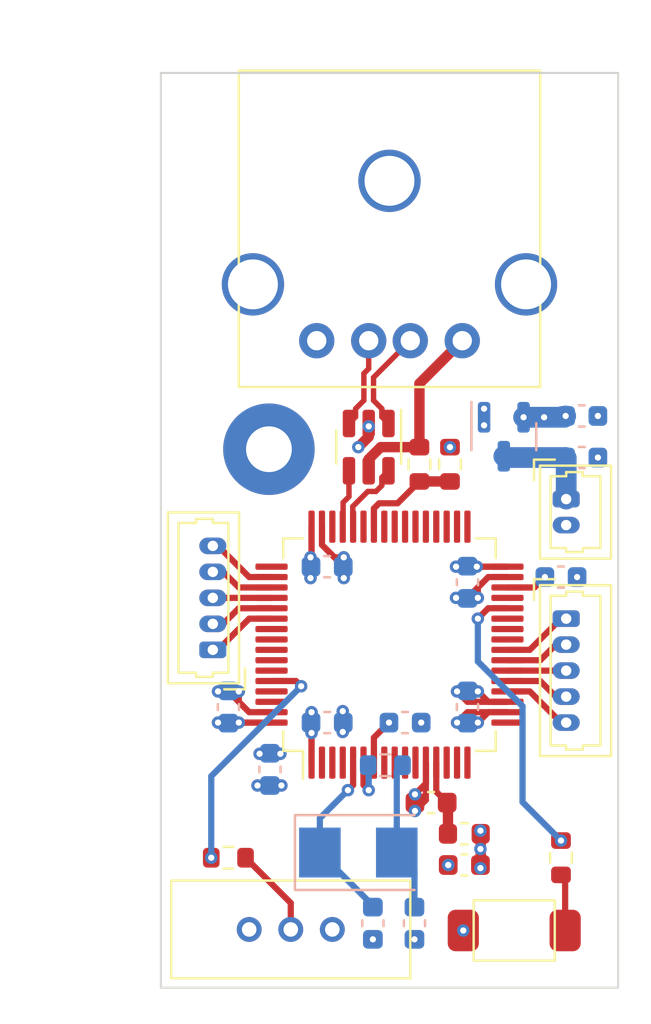
<source format=kicad_pcb>
(kicad_pcb (version 20211014) (generator pcbnew)
  (layers (0 "F.Cu" signal) (1 "In1.Cu" power) (2 "In2.Cu" power) (31 "B.Cu" signal) (34 "B.Paste" user) (35 "F.Paste" user) (36 "B.SilkS" user "B.Silkscreen") (37 "F.SilkS" user "F.Silkscreen") (38 "B.Mask" user) (39 "F.Mask" user) (44 "Edge.Cuts" user))
  (net 0 "")
  (net 1 "5V")
  (net 2 "GND")
  (net 3 "3V3")
  (net 4 "VREF")
  (net 5 "HSE_IN")
  (net 6 "Net-(C12-Pad1)")
  (net 7 "VCAP")
  (net 8 "NRST")
  (net 9 "RAW_USB_VBUS")
  (net 10 "RAW_USB_D-")
  (net 11 "RAW_USB_D+")
  (net 13 "NSS_L")
  (net 14 "SCK_L")
  (net 15 "MISO_L")
  (net 16 "MOSI_L")
  (net 17 "MSC_L")
  (net 18 "MSC_R")
  (net 19 "MOSI_R")
  (net 20 "MISO_R")
  (net 21 "SCK_R")
  (net 22 "NSS_R")
  (net 23 "USB_VBUS")
  (net 24 "HSE_OUT")
  (net 25 "Net-(R4-Pad1)")
  (net 26 "BOOT0")
  (net 27 "Net-(R5-Pad1)")
  (net 28 "BOOT1")
  (net 29 "USB_D+")
  (net 30 "USB_D-")
  (footprint "Inductor_SMD:L_0603_1608Metric" (layer "F.Cu") (at 128.6 104.1 180)
    (fp_text reference "FB1")
    (fp_text value "120")
    (fp_line (start -0.162779 0.51) (end 0.162779 0.51) (layer "F.SilkS") (width 0.12))
    (fp_line (start -0.162779 -0.51) (end 0.162779 -0.51) (layer "F.SilkS") (width 0.12))
    (pad "1" smd roundrect (at -0.7875 0 180) (size 0.875 0.95) (layers "F.Cu" "F.Paste" "F.Mask") (net 3 "3V3"))
    (pad "2" smd roundrect (at 0.7875 0 180) (size 0.875 0.95) (layers "F.Cu" "F.Paste" "F.Mask") (net 4 "VREF"))
  )
  (footprint "KLIB:ALPS_SSSS912000" (layer "F.Cu") (at 120.25 108.7 180)
    (fp_text reference "SW1")
    (fp_text value "SW_SPDT")
    (fp_rect (start -5.75 -2.35) (end 5.75 2.35) (layer "F.SilkS") (width 0.12) (fill none))
    (pad "1" thru_hole circle (at -2 0 180) (size 1.2 1.2) (drill 0.7) (layers *.Cu *.Mask) (net 2 "GND"))
    (pad "2" thru_hole circle (at 0 0 180) (size 1.2 1.2) (drill 0.7) (layers *.Cu *.Mask) (net 25 "Net-(R4-Pad1)"))
    (pad "3" thru_hole circle (at 2 0 180) (size 1.2 1.2) (drill 0.7) (layers *.Cu *.Mask) (net 3 "3V3"))
  )
  (footprint "Resistor_SMD:R_0603_1608Metric" (layer "F.Cu") (at 117.25 105.25 180)
    (fp_text reference "R4")
    (fp_text value "10K")
    (fp_line (start -0.237258 0.5225) (end 0.237258 0.5225) (layer "F.SilkS") (width 0.12))
    (fp_line (start -0.237258 -0.5225) (end 0.237258 -0.5225) (layer "F.SilkS") (width 0.12))
    (pad "1" smd roundrect (at -0.825 0 180) (size 0.8 0.95) (layers "F.Cu" "F.Paste" "F.Mask") (net 25 "Net-(R4-Pad1)"))
    (pad "2" smd roundrect (at 0.825 0 180) (size 0.8 0.95) (layers "F.Cu" "F.Paste" "F.Mask") (net 26 "BOOT0"))
  )
  (footprint "Resistor_SMD:R_0603_1608Metric" (layer "F.Cu") (at 127.91 86.325 90)
    (fp_text reference "R2")
    (fp_text value "82K")
    (fp_line (start -0.237258 -0.5225) (end 0.237258 -0.5225) (layer "F.SilkS") (width 0.12))
    (fp_line (start -0.237258 0.5225) (end 0.237258 0.5225) (layer "F.SilkS") (width 0.12))
    (pad "1" smd roundrect (at -0.825 0 90) (size 0.8 0.95) (layers "F.Cu" "F.Paste" "F.Mask") (net 23 "USB_VBUS"))
    (pad "2" smd roundrect (at 0.825 0 90) (size 0.8 0.95) (layers "F.Cu" "F.Paste" "F.Mask") (net 2 "GND"))
  )
  (footprint "Package_TO_SOT_SMD:SOT-23-6" (layer "F.Cu") (at 124 85.5 -90)
    (fp_text reference "U2")
    (fp_text value "USBLC6-2SC6")
    (fp_line (start 0 1.56) (end -0.8 1.56) (layer "F.SilkS") (width 0.12))
    (fp_line (start 0 -1.56) (end -1.8 -1.56) (layer "F.SilkS") (width 0.12))
    (fp_line (start 0 1.56) (end 0.8 1.56) (layer "F.SilkS") (width 0.12))
    (fp_line (start 0 -1.56) (end 0.8 -1.56) (layer "F.SilkS") (width 0.12))
    (pad "1" smd roundrect (at -1.1375 -0.95 270) (size 1.325 0.6) (layers "F.Cu" "F.Paste" "F.Mask") (net 10 "RAW_USB_D-"))
    (pad "2" smd roundrect (at -1.1375 0 270) (size 1.325 0.6) (layers "F.Cu" "F.Paste" "F.Mask") (net 2 "GND"))
    (pad "3" smd roundrect (at -1.1375 0.95 270) (size 1.325 0.6) (layers "F.Cu" "F.Paste" "F.Mask") (net 11 "RAW_USB_D+"))
    (pad "4" smd roundrect (at 1.1375 0.95 270) (size 1.325 0.6) (layers "F.Cu" "F.Paste" "F.Mask") (net 29 "USB_D+"))
    (pad "5" smd roundrect (at 1.1375 0 270) (size 1.325 0.6) (layers "F.Cu" "F.Paste" "F.Mask") (net 9 "RAW_USB_VBUS"))
    (pad "6" smd roundrect (at 1.1375 -0.95 270) (size 1.325 0.6) (layers "F.Cu" "F.Paste" "F.Mask") (net 30 "USB_D-"))
  )
  (footprint "Connector_Molex:Molex_PicoBlade_53047-0210_1x02_P1.25mm_Vertical" (layer "F.Cu") (at 133.5 88 -90)
    (fp_text reference "J1")
    (fp_text value "Conn_01x02")
    (fp_line (start -1.3 0) (end -1.3 -0.8) (layer "F.SilkS") (width 0.12))
    (fp_line (start -1.9 1.55) (end -1.9 0.55) (layer "F.SilkS") (width 0.12))
    (fp_line (start -1.61 -2.16) (end -1.61 1.26) (layer "F.SilkS") (width 0.12))
    (fp_line (start 2.35 -0.8) (end 2.35 -1.65) (layer "F.SilkS") (width 0.12))
    (fp_line (start 2.86 1.26) (end 2.86 -2.16) (layer "F.SilkS") (width 0.12))
    (fp_line (start -1.1 0.75) (end -1.1 0) (layer "F.SilkS") (width 0.12))
    (fp_line (start 0.625 0.75) (end -1.1 0.75) (layer "F.SilkS") (width 0.12))
    (fp_line (start -1.9 1.55) (end -0.9 1.55) (layer "F.SilkS") (width 0.12))
    (fp_line (start 2.35 0) (end 2.55 0) (layer "F.SilkS") (width 0.12))
    (fp_line (start -1.1 0) (end -1.3 0) (layer "F.SilkS") (width 0.12))
    (fp_line (start 2.35 -1.65) (end 0.625 -1.65) (layer "F.SilkS") (width 0.12))
    (fp_line (start 2.86 -2.16) (end -1.61 -2.16) (layer "F.SilkS") (width 0.12))
    (fp_line (start -1.61 1.26) (end 2.86 1.26) (layer "F.SilkS") (width 0.12))
    (fp_line (start 2.55 0) (end 2.55 -0.8) (layer "F.SilkS") (width 0.12))
    (fp_line (start -1.1 -1.65) (end 0.625 -1.65) (layer "F.SilkS") (width 0.12))
    (fp_line (start 2.55 -0.8) (end 2.35 -0.8) (layer "F.SilkS") (width 0.12))
    (fp_line (start -1.1 -0.8) (end -1.1 -1.65) (layer "F.SilkS") (width 0.12))
    (fp_line (start -1.3 -0.8) (end -1.1 -0.8) (layer "F.SilkS") (width 0.12))
    (fp_line (start 2.35 0.75) (end 2.35 0) (layer "F.SilkS") (width 0.12))
    (fp_line (start 0.625 0.75) (end 2.35 0.75) (layer "F.SilkS") (width 0.12))
    (pad "1" thru_hole roundrect (at 0 0 270) (size 0.8 1.3) (drill 0.5) (layers *.Cu *.Mask) (net 1 "5V"))
    (pad "2" thru_hole oval (at 1.25 0 270) (size 0.8 1.3) (drill 0.5) (layers *.Cu *.Mask) (net 2 "GND"))
  )
  (footprint "Package_QFP:LQFP-64_10x10mm_P0.5mm" (layer "F.Cu") (at 125 95 90)
    (fp_text reference "U3")
    (fp_text value "STM32F401RCT6")
    (fp_line (start -4.16 -5.11) (end -5.11 -5.11) (layer "F.SilkS") (width 0.12))
    (fp_line (start 5.11 -5.11) (end 5.11 -4.16) (layer "F.SilkS") (width 0.12))
    (fp_line (start -4.16 5.11) (end -5.11 5.11) (layer "F.SilkS") (width 0.12))
    (fp_line (start 4.16 -5.11) (end 5.11 -5.11) (layer "F.SilkS") (width 0.12))
    (fp_line (start 5.11 5.11) (end 5.11 4.16) (layer "F.SilkS") (width 0.12))
    (fp_line (start -5.11 -4.16) (end -6.45 -4.16) (layer "F.SilkS") (width 0.12))
    (fp_line (start -5.11 -5.11) (end -5.11 -4.16) (layer "F.SilkS") (width 0.12))
    (fp_line (start -5.11 5.11) (end -5.11 4.16) (layer "F.SilkS") (width 0.12))
    (fp_line (start 4.16 5.11) (end 5.11 5.11) (layer "F.SilkS") (width 0.12))
    (pad "1" smd roundrect (at -5.675 -3.75 90) (size 1.55 0.3) (layers "F.Cu" "F.Paste" "F.Mask") (net 3 "3V3"))
    (pad "2" smd roundrect (at -5.675 -3.25 90) (size 1.55 0.3) (layers "F.Cu" "F.Paste" "F.Mask"))
    (pad "3" smd roundrect (at -5.675 -2.75 90) (size 1.55 0.3) (layers "F.Cu" "F.Paste" "F.Mask"))
    (pad "4" smd roundrect (at -5.675 -2.25 90) (size 1.55 0.3) (layers "F.Cu" "F.Paste" "F.Mask"))
    (pad "5" smd roundrect (at -5.675 -1.75 90) (size 1.55 0.3) (layers "F.Cu" "F.Paste" "F.Mask") (net 5 "HSE_IN"))
    (pad "6" smd roundrect (at -5.675 -1.25 90) (size 1.55 0.3) (layers "F.Cu" "F.Paste" "F.Mask") (net 24 "HSE_OUT"))
    (pad "7" smd roundrect (at -5.675 -0.75 90) (size 1.55 0.3) (layers "F.Cu" "F.Paste" "F.Mask") (net 8 "NRST"))
    (pad "8" smd roundrect (at -5.675 -0.25 90) (size 1.55 0.3) (layers "F.Cu" "F.Paste" "F.Mask"))
    (pad "9" smd roundrect (at -5.675 0.25 90) (size 1.55 0.3) (layers "F.Cu" "F.Paste" "F.Mask"))
    (pad "10" smd roundrect (at -5.675 0.75 90) (size 1.55 0.3) (layers "F.Cu" "F.Paste" "F.Mask"))
    (pad "11" smd roundrect (at -5.675 1.25 90) (size 1.55 0.3) (layers "F.Cu" "F.Paste" "F.Mask"))
    (pad "12" smd roundrect (at -5.675 1.75 90) (size 1.55 0.3) (layers "F.Cu" "F.Paste" "F.Mask") (net 2 "GND"))
    (pad "13" smd roundrect (at -5.675 2.25 90) (size 1.55 0.3) (layers "F.Cu" "F.Paste" "F.Mask") (net 4 "VREF"))
    (pad "14" smd roundrect (at -5.675 2.75 90) (size 1.55 0.3) (layers "F.Cu" "F.Paste" "F.Mask"))
    (pad "15" smd roundrect (at -5.675 3.25 90) (size 1.55 0.3) (layers "F.Cu" "F.Paste" "F.Mask"))
    (pad "16" smd roundrect (at -5.675 3.75 90) (size 1.55 0.3) (layers "F.Cu" "F.Paste" "F.Mask"))
    (pad "17" smd roundrect (at -3.75 5.675 90) (size 0.3 1.55) (layers "F.Cu" "F.Paste" "F.Mask"))
    (pad "18" smd roundrect (at -3.25 5.675 90) (size 0.3 1.55) (layers "F.Cu" "F.Paste" "F.Mask") (net 2 "GND"))
    (pad "19" smd roundrect (at -2.75 5.675 90) (size 0.3 1.55) (layers "F.Cu" "F.Paste" "F.Mask") (net 3 "3V3"))
    (pad "20" smd roundrect (at -2.25 5.675 90) (size 0.3 1.55) (layers "F.Cu" "F.Paste" "F.Mask") (net 22 "NSS_R"))
    (pad "21" smd roundrect (at -1.75 5.675 90) (size 0.3 1.55) (layers "F.Cu" "F.Paste" "F.Mask") (net 21 "SCK_R"))
    (pad "22" smd roundrect (at -1.25 5.675 90) (size 0.3 1.55) (layers "F.Cu" "F.Paste" "F.Mask") (net 20 "MISO_R"))
    (pad "23" smd roundrect (at -0.75 5.675 90) (size 0.3 1.55) (layers "F.Cu" "F.Paste" "F.Mask") (net 19 "MOSI_R"))
    (pad "24" smd roundrect (at -0.25 5.675 90) (size 0.3 1.55) (layers "F.Cu" "F.Paste" "F.Mask") (net 18 "MSC_R"))
    (pad "25" smd roundrect (at 0.25 5.675 90) (size 0.3 1.55) (layers "F.Cu" "F.Paste" "F.Mask"))
    (pad "26" smd roundrect (at 0.75 5.675 90) (size 0.3 1.55) (layers "F.Cu" "F.Paste" "F.Mask"))
    (pad "27" smd roundrect (at 1.25 5.675 90) (size 0.3 1.55) (layers "F.Cu" "F.Paste" "F.Mask"))
    (pad "28" smd roundrect (at 1.75 5.675 90) (size 0.3 1.55) (layers "F.Cu" "F.Paste" "F.Mask") (net 28 "BOOT1"))
    (pad "29" smd roundrect (at 2.25 5.675 90) (size 0.3 1.55) (layers "F.Cu" "F.Paste" "F.Mask"))
    (pad "30" smd roundrect (at 2.75 5.675 90) (size 0.3 1.55) (layers "F.Cu" "F.Paste" "F.Mask") (net 7 "VCAP"))
    (pad "31" smd roundrect (at 3.25 5.675 90) (size 0.3 1.55) (layers "F.Cu" "F.Paste" "F.Mask") (net 2 "GND"))
    (pad "32" smd roundrect (at 3.75 5.675 90) (size 0.3 1.55) (layers "F.Cu" "F.Paste" "F.Mask") (net 3 "3V3"))
    (pad "33" smd roundrect (at 5.675 3.75 90) (size 1.55 0.3) (layers "F.Cu" "F.Paste" "F.Mask"))
    (pad "34" smd roundrect (at 5.675 3.25 90) (size 1.55 0.3) (layers "F.Cu" "F.Paste" "F.Mask"))
    (pad "35" smd roundrect (at 5.675 2.75 90) (size 1.55 0.3) (layers "F.Cu" "F.Paste" "F.Mask"))
    (pad "36" smd roundrect (at 5.675 2.25 90) (size 1.55 0.3) (layers "F.Cu" "F.Paste" "F.Mask"))
    (pad "37" smd roundrect (at 5.675 1.75 90) (size 1.55 0.3) (layers "F.Cu" "F.Paste" "F.Mask"))
    (pad "38" smd roundrect (at 5.675 1.25 90) (size 1.55 0.3) (layers "F.Cu" "F.Paste" "F.Mask"))
    (pad "39" smd roundrect (at 5.675 0.75 90) (size 1.55 0.3) (layers "F.Cu" "F.Paste" "F.Mask"))
    (pad "40" smd roundrect (at 5.675 0.25 90) (size 1.55 0.3) (layers "F.Cu" "F.Paste" "F.Mask"))
    (pad "41" smd roundrect (at 5.675 -0.25 90) (size 1.55 0.3) (layers "F.Cu" "F.Paste" "F.Mask"))
    (pad "42" smd roundrect (at 5.675 -0.75 90) (size 1.55 0.3) (layers "F.Cu" "F.Paste" "F.Mask") (net 23 "USB_VBUS"))
    (pad "43" smd roundrect (at 5.675 -1.25 90) (size 1.55 0.3) (layers "F.Cu" "F.Paste" "F.Mask"))
    (pad "44" smd roundrect (at 5.675 -1.75 90) (size 1.55 0.3) (layers "F.Cu" "F.Paste" "F.Mask") (net 30 "USB_D-"))
    (pad "45" smd roundrect (at 5.675 -2.25 90) (size 1.55 0.3) (layers "F.Cu" "F.Paste" "F.Mask") (net 29 "USB_D+"))
    (pad "46" smd roundrect (at 5.675 -2.75 90) (size 1.55 0.3) (layers "F.Cu" "F.Paste" "F.Mask"))
    (pad "47" smd roundrect (at 5.675 -3.25 90) (size 1.55 0.3) (layers "F.Cu" "F.Paste" "F.Mask") (net 2 "GND"))
    (pad "48" smd roundrect (at 5.675 -3.75 90) (size 1.55 0.3) (layers "F.Cu" "F.Paste" "F.Mask") (net 3 "3V3"))
    (pad "49" smd roundrect (at 3.75 -5.675 90) (size 0.3 1.55) (layers "F.Cu" "F.Paste" "F.Mask"))
    (pad "50" smd roundrect (at 3.25 -5.675 90) (size 0.3 1.55) (layers "F.Cu" "F.Paste" "F.Mask") (net 13 "NSS_L"))
    (pad "51" smd roundrect (at 2.75 -5.675 90) (size 0.3 1.55) (layers "F.Cu" "F.Paste" "F.Mask") (net 14 "SCK_L"))
    (pad "52" smd roundrect (at 2.25 -5.675 90) (size 0.3 1.55) (layers "F.Cu" "F.Paste" "F.Mask") (net 15 "MISO_L"))
    (pad "53" smd roundrect (at 1.75 -5.675 90) (size 0.3 1.55) (layers "F.Cu" "F.Paste" "F.Mask") (net 16 "MOSI_L"))
    (pad "54" smd roundrect (at 1.25 -5.675 90) (size 0.3 1.55) (layers "F.Cu" "F.Paste" "F.Mask") (net 17 "MSC_L"))
    (pad "55" smd roundrect (at 0.75 -5.675 90) (size 0.3 1.55) (layers "F.Cu" "F.Paste" "F.Mask"))
    (pad "56" smd roundrect (at 0.25 -5.675 90) (size 0.3 1.55) (layers "F.Cu" "F.Paste" "F.Mask"))
    (pad "57" smd roundrect (at -0.25 -5.675 90) (size 0.3 1.55) (layers "F.Cu" "F.Paste" "F.Mask"))
    (pad "58" smd roundrect (at -0.75 -5.675 90) (size 0.3 1.55) (layers "F.Cu" "F.Paste" "F.Mask"))
    (pad "59" smd roundrect (at -1.25 -5.675 90) (size 0.3 1.55) (layers "F.Cu" "F.Paste" "F.Mask"))
    (pad "60" smd roundrect (at -1.75 -5.675 90) (size 0.3 1.55) (layers "F.Cu" "F.Paste" "F.Mask") (net 26 "BOOT0"))
    (pad "61" smd roundrect (at -2.25 -5.675 90) (size 0.3 1.55) (layers "F.Cu" "F.Paste" "F.Mask"))
    (pad "62" smd roundrect (at -2.75 -5.675 90) (size 0.3 1.55) (layers "F.Cu" "F.Paste" "F.Mask"))
    (pad "63" smd roundrect (at -3.25 -5.675 90) (size 0.3 1.55) (layers "F.Cu" "F.Paste" "F.Mask") (net 2 "GND"))
    (pad "64" smd roundrect (at -3.75 -5.675 90) (size 0.3 1.55) (layers "F.Cu" "F.Paste" "F.Mask") (net 3 "3V3"))
  )
  (footprint "Capacitor_SMD:C_0603_1608Metric" (layer "F.Cu") (at 127 102.6 180)
    (fp_text reference "C10")
    (fp_text value "100n")
    (fp_line (start -0.14058 0.51) (end 0.14058 0.51) (layer "F.SilkS") (width 0.12))
    (fp_line (start -0.14058 -0.51) (end 0.14058 -0.51) (layer "F.SilkS") (width 0.12))
    (pad "1" smd roundrect (at -0.775 0 180) (size 0.9 0.95) (layers "F.Cu" "F.Paste" "F.Mask") (net 4 "VREF"))
    (pad "2" smd roundrect (at 0.775 0 180) (size 0.9 0.95) (layers "F.Cu" "F.Paste" "F.Mask") (net 2 "GND"))
  )
  (footprint "KLIB:JST_UBA-4R-D14T-4D" (layer "F.Cu") (at 125 75 180)
    (fp_text reference "J2")
    (fp_text value "USB_A")
    (fp_rect (start -7.25 -7.61) (end 7.25 7.61) (layer "F.SilkS") (width 0.12) (fill none))
    (pad "1" thru_hole circle (at -3.5 -5.38 180) (size 1.7 1.7) (drill 0.93) (layers *.Cu *.Mask) (net 9 "RAW_USB_VBUS"))
    (pad "2" thru_hole circle (at -1 -5.38 180) (size 1.7 1.7) (drill 0.93) (layers *.Cu *.Mask) (net 10 "RAW_USB_D-"))
    (pad "3" thru_hole circle (at 1 -5.38 180) (size 1.7 1.7) (drill 0.93) (layers *.Cu *.Mask) (net 11 "RAW_USB_D+"))
    (pad "4" thru_hole circle (at 3.5 -5.38 180) (size 1.7 1.7) (drill 0.93) (layers *.Cu *.Mask) (net 2 "GND"))
    (pad "5" thru_hole circle (at -6.57 -2.67 180) (size 3 3) (drill 2.4) (layers *.Cu *.Mask))
    (pad "6" thru_hole circle (at 0 2.31 180) (size 3 3) (drill 2.4) (layers *.Cu *.Mask))
    (pad "7" thru_hole circle (at 6.57 -2.67 180) (size 3 3) (drill 2.4) (layers *.Cu *.Mask))
  )
  (footprint "KLIB:ALPS_SKRKAEE020" (layer "F.Cu") (at 131 108.75 180)
    (fp_text reference "SW2")
    (fp_text value "SW_SPST")
    (fp_rect (start -1.95 -1.45) (end 1.95 1.45) (layer "F.SilkS") (width 0.12) (fill none))
    (pad "1" smd roundrect (at -2.45 0 180) (size 1.5 2) (layers "F.Cu" "F.Paste" "F.Mask") (net 27 "Net-(R5-Pad1)"))
    (pad "2" smd roundrect (at 2.45 0 180) (size 1.5 2) (layers "F.Cu" "F.Paste" "F.Mask") (net 2 "GND"))
  )
  (footprint "Capacitor_SMD:C_0603_1608Metric" (layer "F.Cu") (at 128.6 105.6 180)
    (fp_text reference "C9")
    (fp_text value "10u")
    (fp_line (start -0.14058 -0.51) (end 0.14058 -0.51) (layer "F.SilkS") (width 0.12))
    (fp_line (start -0.14058 0.51) (end 0.14058 0.51) (layer "F.SilkS") (width 0.12))
    (pad "1" smd roundrect (at -0.775 0 180) (size 0.9 0.95) (layers "F.Cu" "F.Paste" "F.Mask") (net 3 "3V3"))
    (pad "2" smd roundrect (at 0.775 0 180) (size 0.9 0.95) (layers "F.Cu" "F.Paste" "F.Mask") (net 2 "GND"))
  )
  (footprint "Connector_Molex:Molex_PicoBlade_53047-0510_1x05_P1.25mm_Vertical" (layer "F.Cu") (at 116.5 95.25 90)
    (fp_text reference "J3")
    (fp_text value "Conn_01x05")
    (fp_line (start 2.5 0.75) (end 6.1 0.75) (layer "F.SilkS") (width 0.12))
    (fp_line (start -1.9 1.55) (end -0.9 1.55) (layer "F.SilkS") (width 0.12))
    (fp_line (start -1.61 1.26) (end 6.61 1.26) (layer "F.SilkS") (width 0.12))
    (fp_line (start 6.61 1.26) (end 6.61 -2.16) (layer "F.SilkS") (width 0.12))
    (fp_line (start -1.61 -2.16) (end -1.61 1.26) (layer "F.SilkS") (width 0.12))
    (fp_line (start 6.1 -1.65) (end 2.5 -1.65) (layer "F.SilkS") (width 0.12))
    (fp_line (start 6.1 -0.8) (end 6.1 -1.65) (layer "F.SilkS") (width 0.12))
    (fp_line (start -1.1 -0.8) (end -1.1 -1.65) (layer "F.SilkS") (width 0.12))
    (fp_line (start 2.5 0.75) (end -1.1 0.75) (layer "F.SilkS") (width 0.12))
    (fp_line (start 6.1 0.75) (end 6.1 0) (layer "F.SilkS") (width 0.12))
    (fp_line (start 6.3 -0.8) (end 6.1 -0.8) (layer "F.SilkS") (width 0.12))
    (fp_line (start 6.1 0) (end 6.3 0) (layer "F.SilkS") (width 0.12))
    (fp_line (start -1.1 0) (end -1.3 0) (layer "F.SilkS") (width 0.12))
    (fp_line (start 6.61 -2.16) (end -1.61 -2.16) (layer "F.SilkS") (width 0.12))
    (fp_line (start -1.9 1.55) (end -1.9 0.55) (layer "F.SilkS") (width 0.12))
    (fp_line (start 6.3 0) (end 6.3 -0.8) (layer "F.SilkS") (width 0.12))
    (fp_line (start -1.3 -0.8) (end -1.1 -0.8) (layer "F.SilkS") (width 0.12))
    (fp_line (start -1.1 -1.65) (end 2.5 -1.65) (layer "F.SilkS") (width 0.12))
    (fp_line (start -1.3 0) (end -1.3 -0.8) (layer "F.SilkS") (width 0.12))
    (fp_line (start -1.1 0.75) (end -1.1 0) (layer "F.SilkS") (width 0.12))
    (pad "1" thru_hole roundrect (at 0 0 90) (size 0.8 1.3) (drill 0.5) (layers *.Cu *.Mask) (net 17 "MSC_L"))
    (pad "2" thru_hole oval (at 1.25 0 90) (size 0.8 1.3) (drill 0.5) (layers *.Cu *.Mask) (net 16 "MOSI_L"))
    (pad "3" thru_hole oval (at 2.5 0 90) (size 0.8 1.3) (drill 0.5) (layers *.Cu *.Mask) (net 15 "MISO_L"))
    (pad "4" thru_hole oval (at 3.75 0 90) (size 0.8 1.3) (drill 0.5) (layers *.Cu *.Mask) (net 14 "SCK_L"))
    (pad "5" thru_hole oval (at 5 0 90) (size 0.8 1.3) (drill 0.5) (layers *.Cu *.Mask) (net 13 "NSS_L"))
  )
  (footprint "Resistor_SMD:R_0603_1608Metric" (layer "F.Cu") (at 133.25 105.25 90)
    (fp_text reference "R5")
    (fp_text value "10K")
    (fp_line (start -0.237258 -0.5225) (end 0.237258 -0.5225) (layer "F.SilkS") (width 0.12))
    (fp_line (start -0.237258 0.5225) (end 0.237258 0.5225) (layer "F.SilkS") (width 0.12))
    (pad "1" smd roundrect (at -0.825 0 90) (size 0.8 0.95) (layers "F.Cu" "F.Paste" "F.Mask") (net 27 "Net-(R5-Pad1)"))
    (pad "2" smd roundrect (at 0.825 0 90) (size 0.8 0.95) (layers "F.Cu" "F.Paste" "F.Mask") (net 28 "BOOT1"))
  )
  (footprint "MountingHole:MountingHole_2.2mm_M2_Pad" (layer "F.Cu") (at 119.2 85.6)
    (fp_text reference "H1")
    (fp_text value "MountingHole")
    (pad "1" thru_hole circle (at 0 0) (size 4.4 4.4) (drill 2.2) (layers *.Cu *.Mask))
  )
  (footprint "Resistor_SMD:R_0603_1608Metric" (layer "F.Cu") (at 126.44 86.325 -90)
    (fp_text reference "R1")
    (fp_text value "33K")
    (fp_line (start -0.237258 0.5225) (end 0.237258 0.5225) (layer "F.SilkS") (width 0.12))
    (fp_line (start -0.237258 -0.5225) (end 0.237258 -0.5225) (layer "F.SilkS") (width 0.12))
    (pad "1" smd roundrect (at -0.825 0 270) (size 0.8 0.95) (layers "F.Cu" "F.Paste" "F.Mask") (net 9 "RAW_USB_VBUS"))
    (pad "2" smd roundrect (at 0.825 0 270) (size 0.8 0.95) (layers "F.Cu" "F.Paste" "F.Mask") (net 23 "USB_VBUS"))
  )
  (footprint "Connector_Molex:Molex_PicoBlade_53047-0510_1x05_P1.25mm_Vertical" (layer "F.Cu") (at 133.5 93.75 -90)
    (fp_text reference "J4")
    (fp_text value "Conn_01x05")
    (fp_line (start -1.1 0) (end -1.3 0) (layer "F.SilkS") (width 0.12))
    (fp_line (start -1.61 -2.16) (end -1.61 1.26) (layer "F.SilkS") (width 0.12))
    (fp_line (start -1.9 1.55) (end -1.9 0.55) (layer "F.SilkS") (width 0.12))
    (fp_line (start 6.1 0.75) (end 6.1 0) (layer "F.SilkS") (width 0.12))
    (fp_line (start -1.1 -0.8) (end -1.1 -1.65) (layer "F.SilkS") (width 0.12))
    (fp_line (start 6.1 -0.8) (end 6.1 -1.65) (layer "F.SilkS") (width 0.12))
    (fp_line (start -1.61 1.26) (end 6.61 1.26) (layer "F.SilkS") (width 0.12))
    (fp_line (start 6.61 1.26) (end 6.61 -2.16) (layer "F.SilkS") (width 0.12))
    (fp_line (start -1.1 -1.65) (end 2.5 -1.65) (layer "F.SilkS") (width 0.12))
    (fp_line (start -1.3 -0.8) (end -1.1 -0.8) (layer "F.SilkS") (width 0.12))
    (fp_line (start -1.1 0.75) (end -1.1 0) (layer "F.SilkS") (width 0.12))
    (fp_line (start -1.9 1.55) (end -0.9 1.55) (layer "F.SilkS") (width 0.12))
    (fp_line (start 2.5 0.75) (end -1.1 0.75) (layer "F.SilkS") (width 0.12))
    (fp_line (start 6.3 -0.8) (end 6.1 -0.8) (layer "F.SilkS") (width 0.12))
    (fp_line (start 6.1 -1.65) (end 2.5 -1.65) (layer "F.SilkS") (width 0.12))
    (fp_line (start 2.5 0.75) (end 6.1 0.75) (layer "F.SilkS") (width 0.12))
    (fp_line (start -1.3 0) (end -1.3 -0.8) (layer "F.SilkS") (width 0.12))
    (fp_line (start 6.1 0) (end 6.3 0) (layer "F.SilkS") (width 0.12))
    (fp_line (start 6.3 0) (end 6.3 -0.8) (layer "F.SilkS") (width 0.12))
    (fp_line (start 6.61 -2.16) (end -1.61 -2.16) (layer "F.SilkS") (width 0.12))
    (pad "1" thru_hole roundrect (at 0 0 270) (size 0.8 1.3) (drill 0.5) (layers *.Cu *.Mask) (net 18 "MSC_R"))
    (pad "2" thru_hole oval (at 1.25 0 270) (size 0.8 1.3) (drill 0.5) (layers *.Cu *.Mask) (net 19 "MOSI_R"))
    (pad "3" thru_hole oval (at 2.5 0 270) (size 0.8 1.3) (drill 0.5) (layers *.Cu *.Mask) (net 20 "MISO_R"))
    (pad "4" thru_hole oval (at 3.75 0 270) (size 0.8 1.3) (drill 0.5) (layers *.Cu *.Mask) (net 21 "SCK_R"))
    (pad "5" thru_hole oval (at 5 0 270) (size 0.8 1.3) (drill 0.5) (layers *.Cu *.Mask) (net 22 "NSS_R"))
  )
  (footprint "Capacitor_SMD:C_0603_1608Metric" (layer "B.Cu") (at 134.25 86)
    (fp_text reference "C1")
    (fp_text value "10u")
    (fp_line (start -0.14058 0.51) (end 0.14058 0.51) (layer "B.SilkS") (width 0.12))
    (fp_line (start -0.14058 -0.51) (end 0.14058 -0.51) (layer "B.SilkS") (width 0.12))
    (pad "1" smd roundrect (at -0.775 0) (size 0.9 0.95) (layers "B.Cu" "B.Paste" "B.Mask") (net 1 "5V"))
    (pad "2" smd roundrect (at 0.775 0) (size 0.9 0.95) (layers "B.Cu" "B.Paste" "B.Mask") (net 2 "GND"))
  )
  (footprint "Capacitor_SMD:C_0603_1608Metric" (layer "B.Cu") (at 134.25 84)
    (fp_text reference "C2")
    (fp_text value "10u")
    (fp_line (start -0.14058 -0.51) (end 0.14058 -0.51) (layer "B.SilkS") (width 0.12))
    (fp_line (start -0.14058 0.51) (end 0.14058 0.51) (layer "B.SilkS") (width 0.12))
    (pad "1" smd roundrect (at -0.775 0) (size 0.9 0.95) (layers "B.Cu" "B.Paste" "B.Mask") (net 3 "3V3"))
    (pad "2" smd roundrect (at 0.775 0) (size 0.9 0.95) (layers "B.Cu" "B.Paste" "B.Mask") (net 2 "GND"))
  )
  (footprint "Capacitor_SMD:C_0603_1608Metric" (layer "B.Cu") (at 126.2 108.4 -90)
    (fp_text reference "C12")
    (fp_text value "20p")
    (fp_line (start -0.14058 0.51) (end 0.14058 0.51) (layer "B.SilkS") (width 0.12))
    (fp_line (start -0.14058 -0.51) (end 0.14058 -0.51) (layer "B.SilkS") (width 0.12))
    (pad "1" smd roundrect (at -0.775 0 270) (size 0.9 0.95) (layers "B.Cu" "B.Paste" "B.Mask") (net 6 "Net-(C12-Pad1)"))
    (pad "2" smd roundrect (at 0.775 0 270) (size 0.9 0.95) (layers "B.Cu" "B.Paste" "B.Mask") (net 2 "GND"))
  )
  (footprint "Capacitor_SMD:C_0603_1608Metric" (layer "B.Cu") (at 119.25 101 -90)
    (fp_text reference "C3")
    (fp_text value "10u")
    (fp_line (start -0.14058 0.51) (end 0.14058 0.51) (layer "B.SilkS") (width 0.12))
    (fp_line (start -0.14058 -0.51) (end 0.14058 -0.51) (layer "B.SilkS") (width 0.12))
    (pad "1" smd roundrect (at -0.775 0 270) (size 0.9 0.95) (layers "B.Cu" "B.Paste" "B.Mask") (net 3 "3V3"))
    (pad "2" smd roundrect (at 0.775 0 270) (size 0.9 0.95) (layers "B.Cu" "B.Paste" "B.Mask") (net 2 "GND"))
  )
  (footprint "Crystal:Crystal_SMD_5032-2Pin_5.0x3.2mm" (layer "B.Cu") (at 123.5 105)
    (fp_text reference "Y1")
    (fp_text value "8M")
    (fp_line (start -3.05 -1.8) (end 2.7 -1.8) (layer "B.SilkS") (width 0.12))
    (fp_line (start 2.7 1.8) (end -3.05 1.8) (layer "B.SilkS") (width 0.12))
    (fp_line (start -3.05 1.8) (end -3.05 -1.8) (layer "B.SilkS") (width 0.12))
    (pad "1" smd rect (at -1.85 0) (size 2 2.4) (layers "B.Cu" "B.Paste" "B.Mask") (net 5 "HSE_IN"))
    (pad "2" smd rect (at 1.85 0) (size 2 2.4) (layers "B.Cu" "B.Paste" "B.Mask") (net 6 "Net-(C12-Pad1)"))
  )
  (footprint "Capacitor_SMD:C_0603_1608Metric" (layer "B.Cu") (at 122 98.75)
    (fp_text reference "C4")
    (fp_text value "100n")
    (fp_line (start -0.14058 -0.51) (end 0.14058 -0.51) (layer "B.SilkS") (width 0.12))
    (fp_line (start -0.14058 0.51) (end 0.14058 0.51) (layer "B.SilkS") (width 0.12))
    (pad "1" smd roundrect (at -0.775 0) (size 0.9 0.95) (layers "B.Cu" "B.Paste" "B.Mask") (net 3 "3V3"))
    (pad "2" smd roundrect (at 0.775 0) (size 0.9 0.95) (layers "B.Cu" "B.Paste" "B.Mask") (net 2 "GND"))
  )
  (footprint "Capacitor_SMD:C_0603_1608Metric" (layer "B.Cu") (at 124.2 108.4 -90)
    (fp_text reference "C11")
    (fp_text value "20p")
    (fp_line (start -0.14058 -0.51) (end 0.14058 -0.51) (layer "B.SilkS") (width 0.12))
    (fp_line (start -0.14058 0.51) (end 0.14058 0.51) (layer "B.SilkS") (width 0.12))
    (pad "1" smd roundrect (at -0.775 0 270) (size 0.9 0.95) (layers "B.Cu" "B.Paste" "B.Mask") (net 5 "HSE_IN"))
    (pad "2" smd roundrect (at 0.775 0 270) (size 0.9 0.95) (layers "B.Cu" "B.Paste" "B.Mask") (net 2 "GND"))
  )
  (footprint "Capacitor_SMD:C_0603_1608Metric" (layer "B.Cu") (at 128.75 92 -90)
    (fp_text reference "C6")
    (fp_text value "100n")
    (fp_line (start -0.14058 -0.51) (end 0.14058 -0.51) (layer "B.SilkS") (width 0.12))
    (fp_line (start -0.14058 0.51) (end 0.14058 0.51) (layer "B.SilkS") (width 0.12))
    (pad "1" smd roundrect (at -0.775 0 270) (size 0.9 0.95) (layers "B.Cu" "B.Paste" "B.Mask") (net 3 "3V3"))
    (pad "2" smd roundrect (at 0.775 0 270) (size 0.9 0.95) (layers "B.Cu" "B.Paste" "B.Mask") (net 2 "GND"))
  )
  (footprint "Capacitor_SMD:C_0603_1608Metric" (layer "B.Cu") (at 125.75 98.75)
    (fp_text reference "C14")
    (fp_text value "100n")
    (fp_line (start -0.14058 0.51) (end 0.14058 0.51) (layer "B.SilkS") (width 0.12))
    (fp_line (start -0.14058 -0.51) (end 0.14058 -0.51) (layer "B.SilkS") (width 0.12))
    (pad "1" smd roundrect (at -0.775 0) (size 0.9 0.95) (layers "B.Cu" "B.Paste" "B.Mask") (net 8 "NRST"))
    (pad "2" smd roundrect (at 0.775 0) (size 0.9 0.95) (layers "B.Cu" "B.Paste" "B.Mask") (net 2 "GND"))
  )
  (footprint "Capacitor_SMD:C_0603_1608Metric" (layer "B.Cu") (at 122 91.25)
    (fp_text reference "C7")
    (fp_text value "100n")
    (fp_line (start -0.14058 -0.51) (end 0.14058 -0.51) (layer "B.SilkS") (width 0.12))
    (fp_line (start -0.14058 0.51) (end 0.14058 0.51) (layer "B.SilkS") (width 0.12))
    (pad "1" smd roundrect (at -0.775 0) (size 0.9 0.95) (layers "B.Cu" "B.Paste" "B.Mask") (net 3 "3V3"))
    (pad "2" smd roundrect (at 0.775 0) (size 0.9 0.95) (layers "B.Cu" "B.Paste" "B.Mask") (net 2 "GND"))
  )
  (footprint "Package_TO_SOT_SMD:SOT-23" (layer "B.Cu") (at 130.5 85 -90)
    (fp_text reference "U1")
    (fp_text value "AP2127N-3.3")
    (fp_line (start 0 1.56) (end -1.675 1.56) (layer "B.SilkS") (width 0.12))
    (fp_line (start 0 -1.56) (end 0.65 -1.56) (layer "B.SilkS") (width 0.12))
    (fp_line (start 0 1.56) (end 0.65 1.56) (layer "B.SilkS") (width 0.12))
    (fp_line (start 0 -1.56) (end -0.65 -1.56) (layer "B.SilkS") (width 0.12))
    (pad "1" smd roundrect (at -0.9375 0.95 270) (size 1.475 0.6) (layers "B.Cu" "B.Paste" "B.Mask") (net 2 "GND"))
    (pad "2" smd roundrect (at -0.9375 -0.95 270) (size 1.475 0.6) (layers "B.Cu" "B.Paste" "B.Mask") (net 3 "3V3"))
    (pad "3" smd roundrect (at 0.9375 0 270) (size 1.475 0.6) (layers "B.Cu" "B.Paste" "B.Mask") (net 1 "5V"))
  )
  (footprint "Capacitor_SMD:C_0603_1608Metric" (layer "B.Cu") (at 133.25 91.75)
    (fp_text reference "C13")
    (fp_text value "4.7u")
    (fp_line (start -0.14058 -0.51) (end 0.14058 -0.51) (layer "B.SilkS") (width 0.12))
    (fp_line (start -0.14058 0.51) (end 0.14058 0.51) (layer "B.SilkS") (width 0.12))
    (pad "1" smd roundrect (at -0.775 0) (size 0.9 0.95) (layers "B.Cu" "B.Paste" "B.Mask") (net 7 "VCAP"))
    (pad "2" smd roundrect (at 0.775 0) (size 0.9 0.95) (layers "B.Cu" "B.Paste" "B.Mask") (net 2 "GND"))
  )
  (footprint "Capacitor_SMD:C_0603_1608Metric" (layer "B.Cu") (at 128.75 98 -90)
    (fp_text reference "C5")
    (fp_text value "100n")
    (fp_line (start -0.14058 -0.51) (end 0.14058 -0.51) (layer "B.SilkS") (width 0.12))
    (fp_line (start -0.14058 0.51) (end 0.14058 0.51) (layer "B.SilkS") (width 0.12))
    (pad "1" smd roundrect (at -0.775 0 270) (size 0.9 0.95) (layers "B.Cu" "B.Paste" "B.Mask") (net 3 "3V3"))
    (pad "2" smd roundrect (at 0.775 0 270) (size 0.9 0.95) (layers "B.Cu" "B.Paste" "B.Mask") (net 2 "GND"))
  )
  (footprint "Capacitor_SMD:C_0603_1608Metric" (layer "B.Cu") (at 117.25 98 90)
    (fp_text reference "C8")
    (fp_text value "100n")
    (fp_line (start -0.14058 0.51) (end 0.14058 0.51) (layer "B.SilkS") (width 0.12))
    (fp_line (start -0.14058 -0.51) (end 0.14058 -0.51) (layer "B.SilkS") (width 0.12))
    (pad "1" smd roundrect (at -0.775 0 90) (size 0.9 0.95) (layers "B.Cu" "B.Paste" "B.Mask") (net 3 "3V3"))
    (pad "2" smd roundrect (at 0.775 0 90) (size 0.9 0.95) (layers "B.Cu" "B.Paste" "B.Mask") (net 2 "GND"))
  )
  (footprint "Resistor_SMD:R_0603_1608Metric" (layer "B.Cu") (at 124.8 100.8)
    (fp_text reference "R3")
    (fp_text value "0")
    (fp_line (start -0.237258 -0.5225) (end 0.237258 -0.5225) (layer "B.SilkS") (width 0.12))
    (fp_line (start -0.237258 0.5225) (end 0.237258 0.5225) (layer "B.SilkS") (width 0.12))
    (pad "1" smd roundrect (at -0.825 0) (size 0.8 0.95) (layers "B.Cu" "B.Paste" "B.Mask") (net 24 "HSE_OUT"))
    (pad "2" smd roundrect (at 0.825 0) (size 0.8 0.95) (layers "B.Cu" "B.Paste" "B.Mask") (net 6 "Net-(C12-Pad1)"))
  )
  (gr_rect (start 114 67.5) (end 136 111.5) (layer "Edge.Cuts") (width 0.1) (fill none))
  (segment (start 130.5625 86) (end 130.5 85.9375) (width 1) (layer "B.Cu") (net 1))
  (segment (start 133.5 86.025) (end 133.475 86) (width 1) (layer "B.Cu") (net 1))
  (segment (start 133.475 86) (end 130.5625 86) (width 1) (layer "B.Cu") (net 1))
  (segment (start 133.5 88) (end 133.5 86.025) (width 1) (layer "B.Cu") (net 1))
  (segment (start 121.974479 90.425521) (end 122.348959 90.8) (width 0.3) (layer "F.Cu") (net 2))
  (segment (start 126.75 102.475) (end 126.225 103) (width 0.3) (layer "F.Cu") (net 2))
  (segment (start 130.675 91.75) (end 129.75 91.75) (width 0.3) (layer "F.Cu") (net 2))
  (segment (start 124 84.3625) (end 124 85) (width 0.5) (layer "F.Cu") (net 2))
  (segment (start 130.675 98.25) (end 128.75 98.25) (width 0.3) (layer "F.Cu") (net 2))
  (segment (start 128.75 92.75) (end 128.2 92.75) (width 0.3) (layer "F.Cu") (net 2))
  (segment (start 124 84.3625) (end 124 84.5) (width 0.5) (layer "F.Cu") (net 2))
  (segment (start 121.974479 90.425521) (end 122.8 91.251042) (width 0.3) (layer "F.Cu") (net 2))
  (segment (start 126.75 100.675) (end 126.75 101.675) (width 0.3) (layer "F.Cu") (net 2))
  (segment (start 117.25 97.25) (end 116.75 97.25) (width 0.3) (layer "F.Cu") (net 2))
  (segment (start 129.75 91.75) (end 129.5 92) (width 0.3) (layer "F.Cu") (net 2))
  (segment (start 129.5 92) (end 129.25 92.25) (width 0.3) (layer "F.Cu") (net 2))
  (segment (start 126.75 101.675) (end 126.225 102.2) (width 0.3) (layer "F.Cu") (net 2))
  (segment (start 121.75 89.325) (end 121.75 90.201041) (width 0.3) (layer "F.Cu") (net 2))
  (segment (start 118.25 98.25) (end 118 98) (width 0.3) (layer "F.Cu") (net 2))
  (segment (start 126.75 100.675) (end 126.75 102.475) (width 0.3) (layer "F.Cu") (net 2))
  (segment (start 117.75 97.75) (end 117.75 97.25) (width 0.3) (layer "F.Cu") (net 2))
  (segment (start 128.75 98.25) (end 128.25 98.75) (width 0.3) (layer "F.Cu") (net 2))
  (segment (start 118 98) (end 117.25 97.25) (width 0.3) (layer "F.Cu") (net 2))
  (segment (start 121.75 90.201041) (end 121.974479 90.425521) (width 0.3) (layer "F.Cu") (net 2))
  (segment (start 129.25 92.25) (end 129.25 92.75) (width 0.3) (layer "F.Cu") (net 2))
  (segment (start 122.8 91.251042) (end 122.8 91.8) (width 0.3) (layer "F.Cu") (net 2))
  (segment (start 129.5 92) (end 128.75 92.75) (width 0.3) (layer "F.Cu") (net 2))
  (segment (start 122.348959 90.8) (end 122.8 90.8) (width 0.3) (layer "F.Cu") (net 2))
  (segment (start 118 98) (end 117.75 97.75) (width 0.3) (layer "F.Cu") (net 2))
  (segment (start 119.325 98.25) (end 118.25 98.25) (width 0.3) (layer "F.Cu") (net 2))
  (segment (start 130.675 98.25) (end 129.75 98.25) (width 0.3) (layer "F.Cu") (net 2))
  (segment (start 124 85) (end 123.5 85.5) (width 0.5) (layer "F.Cu") (net 2))
  (segment (start 129.75 98.25) (end 129.25 98.75) (width 0.3) (layer "F.Cu") (net 2))
  (via (at 124 84.5) (size 0.6) (drill 0.3) (layers "F.Cu" "B.Cu") (net 2))
  (via (at 116.75 97.25) (size 0.6) (drill 0.3) (layers "F.Cu" "B.Cu") (net 2))
  (via (at 126.225 102.2) (size 0.6) (drill 0.3) (layers "F.Cu" "B.Cu") (net 2))
  (via (at 129.55 84.45) (size 0.6) (drill 0.3) (layers "F.Cu" "B.Cu") (net 2))
  (via (at 129.25 92.75) (size 0.6) (drill 0.3) (layers "F.Cu" "B.Cu") (net 2))
  (via (at 126.225 103) (size 0.6) (drill 0.3) (layers "F.Cu" "B.Cu") (net 2))
  (via (at 118.65 101.775) (size 0.6) (drill 0.3) (layers "F.Cu" "B.Cu") (net 2))
  (via (at 124.2 109.175) (size 0.6) (drill 0.3) (layers "F.Cu" "B.Cu") (net 2))
  (via (at 126.2 109.175) (size 0.6) (drill 0.3) (layers "F.Cu" "B.Cu") (net 2))
  (via (at 134.025 91.75) (size 0.6) (drill 0.3) (layers "F.Cu" "B.Cu") (net 2))
  (via (at 129.25 98.75) (size 0.6) (drill 0.3) (layers "F.Cu" "B.Cu") (net 2))
  (via (at 128.25 98.75) (size 0.6) (drill 0.3) (layers "F.Cu" "B.Cu") (net 2))
  (via (at 128.55 108.75) (size 0.6) (drill 0.3) (layers "F.Cu" "B.Cu") (net 2))
  (via (at 135.025 84) (size 0.6) (drill 0.3) (layers "F.Cu" "B.Cu") (net 2))
  (via (at 122.75 99.2) (size 0.6) (drill 0.3) (layers "F.Cu" "B.Cu") (net 2))
  (via (at 128.2 92.75) (size 0.6) (drill 0.3) (layers "F.Cu" "B.Cu") (net 2))
  (via (at 129.55 83.65) (size 0.6) (drill 0.3) (layers "F.Cu" "B.Cu") (net 2))
  (via (at 122.75 98.2) (size 0.6) (drill 0.3) (layers "F.Cu" "B.Cu") (net 2))
  (via (at 127.91 85.5) (size 0.6) (drill 0.3) (layers "F.Cu" "B.Cu") (net 2))
  (via (at 122.8 90.8) (size 0.6) (drill 0.3) (layers "F.Cu" "B.Cu") (net 2))
  (via (at 117.75 97.25) (size 0.6) (drill 0.3) (layers "F.Cu" "B.Cu") (net 2))
  (via (at 122.8 91.8) (size 0.6) (drill 0.3) (layers "F.Cu" "B.Cu") (net 2))
  (via (at 126.525 98.75) (size 0.6) (drill 0.3) (layers "F.Cu" "B.Cu") (net 2))
  (via (at 127.825 105.6) (size 0.6) (drill 0.3) (layers "F.Cu" "B.Cu") (net 2))
  (via (at 123.5 85.5) (size 0.6) (drill 0.3) (layers "F.Cu" "B.Cu") (net 2))
  (via (at 119.8 101.775) (size 0.6) (drill 0.3) (layers "F.Cu" "B.Cu") (net 2))
  (via (at 135.025 86) (size 0.6) (drill 0.3) (layers "F.Cu" "B.Cu") (net 2))
  (segment (start 122.775 91.25) (end 122.775 91.775) (width 0.5) (layer "B.Cu") (net 2))
  (segment (start 128.75 98.775) (end 128.275 98.775) (width 0.5) (layer "B.Cu") (net 2))
  (segment (start 128.275 98.775) (end 128.25 98.75) (width 0.5) (layer "B.Cu") (net 2))
  (segment (start 122.775 98.225) (end 122.75 98.2) (width 0.5) (layer "B.Cu") (net 2))
  (segment (start 122.775 99.175) (end 122.75 99.2) (width 0.5) (layer "B.Cu") (net 2))
  (segment (start 122.775 98.75) (end 122.775 98.225) (width 0.5) (layer "B.Cu") (net 2))
  (segment (start 129.225 92.775) (end 129.25 92.75) (width 0.5) (layer "B.Cu") (net 2))
  (segment (start 117.25 97.225) (end 117.725 97.225) (width 0.5) (layer "B.Cu") (net 2))
  (segment (start 122.775 91.25) (end 122.775 90.825) (width 0.5) (layer "B.Cu") (net 2))
  (segment (start 116.775 97.225) (end 116.75 97.25) (width 0.5) (layer "B.Cu") (net 2))
  (segment (start 119.25 101.775) (end 119.8 101.775) (width 0.5) (layer "B.Cu") (net 2))
  (segment (start 128.225 92.775) (end 128.2 92.75) (width 0.5) (layer "B.Cu") (net 2))
  (segment (start 122.775 98.75) (end 122.775 99.175) (width 0.5) (layer "B.Cu") (net 2))
  (segment (start 122.775 90.825) (end 122.8 90.8) (width 0.5) (layer "B.Cu") (net 2))
  (segment (start 128.75 98.775) (end 129.225 98.775) (width 0.5) (layer "B.Cu") (net 2))
  (segment (start 128.75 92.775) (end 129.225 92.775) (width 0.5) (layer "B.Cu") (net 2))
  (segment (start 122.775 91.775) (end 122.8 91.8) (width 0.5) (layer "B.Cu") (net 2))
  (segment (start 129.225 98.775) (end 129.25 98.75) (width 0.5) (layer "B.Cu") (net 2))
  (segment (start 128.75 92.775) (end 128.225 92.775) (width 0.5) (layer "B.Cu") (net 2))
  (segment (start 119.25 101.775) (end 118.65 101.775) (width 0.5) (layer "B.Cu") (net 2))
  (segment (start 117.725 97.225) (end 117.75 97.25) (width 0.5) (layer "B.Cu") (net 2))
  (segment (start 117.25 97.225) (end 116.775 97.225) (width 0.5) (layer "B.Cu") (net 2))
  (segment (start 121.25 89.325) (end 121.25 91.75) (width 0.3) (layer "F.Cu") (net 3))
  (segment (start 130.675 91.25) (end 128.2 91.25) (width 0.3) (layer "F.Cu") (net 3))
  (segment (start 121.25 91.75) (end 121.2 91.8) (width 0.3) (layer "F.Cu") (net 3))
  (segment (start 119.325 98.75) (end 116.75 98.75) (width 0.3) (layer "F.Cu") (net 3))
  (segment (start 129.3875 105.5875) (end 129.375 105.6) (width 0.5) (layer "F.Cu") (net 3))
  (segment (start 129.3875 104.1) (end 129.3875 105.5875) (width 0.5) (layer "F.Cu") (net 3))
  (segment (start 121.25 90.75) (end 121.2 90.8) (width 0.3) (layer "F.Cu") (net 3))
  (segment (start 121.25 100.675) (end 121.25 98.25) (width 0.3) (layer "F.Cu") (net 3))
  (segment (start 121.25 89.325) (end 121.25 90.75) (width 0.3) (layer "F.Cu") (net 3))
  (segment (start 130.675 91.25) (end 129.2 91.25) (width 0.3) (layer "F.Cu") (net 3))
  (segment (start 128.75 97.75) (end 128.25 97.25) (width 0.3) (layer "F.Cu") (net 3))
  (segment (start 121.25 100.675) (end 121.25 99.25) (width 0.3) (layer "F.Cu") (net 3))
  (segment (start 130.675 97.75) (end 128.75 97.75) (width 0.3) (layer "F.Cu") (net 3))
  (segment (start 130.675 97.75) (end 129.75 97.75) (width 0.3) (layer "F.Cu") (net 3))
  (segment (start 129.75 97.75) (end 129.25 97.25) (width 0.3) (layer "F.Cu") (net 3))
  (segment (start 119.325 98.75) (end 117.75 98.75) (width 0.3) (layer "F.Cu") (net 3))
  (via (at 116.75 98.75) (size 0.6) (drill 0.3) (layers "F.Cu" "B.Cu") (net 3))
  (via (at 128.25 97.25) (size 0.6) (drill 0.3) (layers "F.Cu" "B.Cu") (net 3))
  (via (at 129.2 91.25) (size 0.6) (drill 0.3) (layers "F.Cu" "B.Cu") (net 3))
  (via (at 133.475 84) (size 0.6) (drill 0.3) (layers "F.Cu" "B.Cu") (net 3))
  (via (at 121.2 91.8) (size 0.6) (drill 0.3) (layers "F.Cu" "B.Cu") (net 3))
  (via (at 119.75 100.25) (size 0.6) (drill 0.3) (layers "F.Cu" "B.Cu") (net 3))
  (via (at 117.75 98.75) (size 0.6) (drill 0.3) (layers "F.Cu" "B.Cu") (net 3))
  (via (at 132.4375 84.0625) (size 0.6) (drill 0.3) (layers "F.Cu" "B.Cu") (net 3))
  (via (at 131.45 84.0625) (size 0.6) (drill 0.3) (layers "F.Cu" "B.Cu") (net 3))
  (via (at 129.375 105.75) (size 0.6) (drill 0.3) (layers "F.Cu" "B.Cu") (net 3))
  (via (at 121.2 90.8) (size 0.6) (drill 0.3) (layers "F.Cu" "B.Cu") (net 3))
  (via (at 129.375 103.95) (size 0.6) (drill 0.3) (layers "F.Cu" "B.Cu") (net 3))
  (via (at 121.25 99.25) (size 0.6) (drill 0.3) (layers "F.Cu" "B.Cu") (net 3))
  (via (at 128.2 91.25) (size 0.6) (drill 0.3) (layers "F.Cu" "B.Cu") (net 3))
  (via (at 129.25 97.25) (size 0.6) (drill 0.3) (layers "F.Cu" "B.Cu") (net 3))
  (via (at 129.375 104.83) (size 0.6) (drill 0.3) (layers "F.Cu" "B.Cu") (net 3))
  (via (at 118.75 100.25) (size 0.6) (drill 0.3) (layers "F.Cu" "B.Cu") (net 3))
  (via (at 121.25 98.25) (size 0.6) (drill 0.3) (layers "F.Cu" "B.Cu") (net 3))
  (segment (start 121.225 98.275) (end 121.25 98.25) (width 0.5) (layer "B.Cu") (net 3))
  (segment (start 121.225 91.775) (end 121.2 91.8) (width 0.5) (layer "B.Cu") (net 3))
  (segment (start 128.275 97.225) (end 128.25 97.25) (width 0.5) (layer "B.Cu") (net 3))
  (segment (start 129.225 97.225) (end 129.25 97.25) (width 0.5) (layer "B.Cu") (net 3))
  (segment (start 128.75 97.225) (end 128.275 97.225) (width 0.5) (layer "B.Cu") (net 3))
  (segment (start 131.45 84.0625) (end 132.4375 84.0625) (width 1) (layer "B.Cu") (net 3))
  (segment (start 121.225 91.25) (end 121.225 91.775) (width 0.5) (layer "B.Cu") (net 3))
  (segment (start 121.225 91.25) (end 121.225 90.825) (width 0.5) (layer "B.Cu") (net 3))
  (segment (start 128.75 97.225) (end 129.225 97.225) (width 0.5) (layer "B.Cu") (net 3))
  (segment (start 117.725 98.775) (end 117.75 98.75) (width 0.5) (layer "B.Cu") (net 3))
  (segment (start 119.25 100.225) (end 118.775 100.225) (width 0.5) (layer "B.Cu") (net 3))
  (segment (start 128.75 91.225) (end 129.175 91.225) (width 0.5) (layer "B.Cu") (net 3))
  (segment (start 116.775 98.775) (end 116.75 98.75) (width 0.5) (layer "B.Cu") (net 3))
  (segment (start 118.775 100.225) (end 118.75 100.25) (width 0.5) (layer "B.Cu") (net 3))
  (segment (start 121.225 98.75) (end 121.225 98.275) (width 0.5) (layer "B.Cu") (net 3))
  (segment (start 119.25 100.225) (end 119.725 100.225) (width 0.5) (layer "B.Cu") (net 3))
  (segment (start 128.225 91.225) (end 128.2 91.25) (width 0.5) (layer "B.Cu") (net 3))
  (segment (start 121.225 98.75) (end 121.225 99.225) (width 0.5) (layer "B.Cu") (net 3))
  (segment (start 132.4375 84.0625) (end 133.4125 84.0625) (width 1) (layer "B.Cu") (net 3))
  (segment (start 128.75 91.225) (end 128.225 91.225) (width 0.5) (layer "B.Cu") (net 3))
  (segment (start 129.175 91.225) (end 129.2 91.25) (width 0.5) (layer "B.Cu") (net 3))
  (segment (start 119.725 100.225) (end 119.75 100.25) (width 0.5) (layer "B.Cu") (net 3))
  (segment (start 133.4125 84.0625) (end 133.475 84) (width 1) (layer "B.Cu") (net 3))
  (segment (start 117.25 98.775) (end 117.725 98.775) (width 0.5) (layer "B.Cu") (net 3))
  (segment (start 121.225 99.225) (end 121.25 99.25) (width 0.5) (layer "B.Cu") (net 3))
  (segment (start 117.25 98.775) (end 116.775 98.775) (width 0.5) (layer "B.Cu") (net 3))
  (segment (start 121.225 90.825) (end 121.2 90.8) (width 0.5) (layer "B.Cu") (net 3))
  (segment (start 127.8125 102.6375) (end 127.775 102.6) (width 0.5) (layer "F.Cu") (net 4))
  (segment (start 127.25 102.075) (end 127.775 102.6) (width 0.3) (layer "F.Cu") (net 4))
  (segment (start 127.25 100.675) (end 127.25 102.075) (width 0.3) (layer "F.Cu") (net 4))
  (segment (start 127.8125 104.1) (end 127.8125 102.6375) (width 0.5) (layer "F.Cu") (net 4))
  (segment (start 123.25 100.675) (end 123.25 101.75) (width 0.3) (layer "F.Cu") (net 5))
  (segment (start 123.25 101.75) (end 123 102) (width 0.3) (layer "F.Cu") (net 5))
  (via (at 123 102) (size 0.6) (drill 0.3) (layers "F.Cu" "B.Cu") (net 5))
  (segment (start 123 102) (end 121.65 103.35) (width 0.3) (layer "B.Cu") (net 5))
  (segment (start 124.2 107.625) (end 124.2 107.55) (width 0.3) (layer "B.Cu") (net 5))
  (segment (start 121.65 103.35) (end 121.65 105) (width 0.3) (layer "B.Cu") (net 5))
  (segment (start 124.2 107.55) (end 121.65 105) (width 0.3) (layer "B.Cu") (net 5))
  (segment (start 126.2 105.85) (end 125.35 105) (width 0.3) (layer "B.Cu") (net 6))
  (segment (start 126.2 107.625) (end 126.2 105.85) (width 0.3) (layer "B.Cu") (net 6))
  (segment (start 125.35 101.075) (end 125.35 105) (width 0.3) (layer "B.Cu") (net 6))
  (segment (start 125.625 100.8) (end 125.35 101.075) (width 0.3) (layer "B.Cu") (net 6))
  (segment (start 130.675 92.25) (end 131.975 92.25) (width 0.3) (layer "F.Cu") (net 7))
  (segment (start 131.975 92.25) (end 132.475 91.75) (width 0.3) (layer "F.Cu") (net 7))
  (via (at 132.475 91.75) (size 0.6) (drill 0.3) (layers "F.Cu" "B.Cu") (net 7))
  (segment (start 124.25 99.475) (end 124.975 98.75) (width 0.3) (layer "F.Cu") (net 8))
  (segment (start 124.25 100.675) (end 124.25 99.475) (width 0.3) (layer "F.Cu") (net 8))
  (via (at 124.975 98.75) (size 0.6) (drill 0.3) (layers "F.Cu" "B.Cu") (net 8))
  (segment (start 126.44 82.44) (end 128.5 80.38) (width 0.5) (layer "F.Cu") (net 9))
  (segment (start 124.576472 85.5) (end 124 86.076472) (width 0.5) (layer "F.Cu") (net 9))
  (segment (start 126.44 85.5) (end 124.576472 85.5) (width 0.5) (layer "F.Cu") (net 9))
  (segment (start 124 86.076472) (end 124 86.6375) (width 0.5) (layer "F.Cu") (net 9))
  (segment (start 126.44 85.5) (end 126.44 82.44) (width 0.5) (layer "F.Cu") (net 9))
  (segment (start 124.630556 83.650947) (end 124.232157 83.252548) (width 0.261112) (layer "F.Cu") (net 10))
  (segment (start 124.95 84.3625) (end 124.630556 84.043056) (width 0.261112) (layer "F.Cu") (net 10))
  (segment (start 124.232157 82.147843) (end 126 80.38) (width 0.261112) (layer "F.Cu") (net 10))
  (segment (start 124.232157 83.252548) (end 124.232157 82.147843) (width 0.261112) (layer "F.Cu") (net 10))
  (segment (start 124.630556 84.043056) (end 124.630556 83.650947) (width 0.261112) (layer "F.Cu") (net 10))
  (segment (start 124 81.723363) (end 124 80.38) (width 0.261112) (layer "F.Cu") (net 11))
  (segment (start 123.767843 81.95552) (end 124 81.723363) (width 0.261112) (layer "F.Cu") (net 11))
  (segment (start 123.767843 83.252548) (end 123.767843 81.95552) (width 0.261112) (layer "F.Cu") (net 11))
  (segment (start 123.05 84.3625) (end 123.369444 84.043056) (width 0.261112) (layer "F.Cu") (net 11))
  (segment (start 123.369444 84.043056) (end 123.369444 83.650947) (width 0.261112) (layer "F.Cu") (net 11))
  (segment (start 123.369444 83.650947) (end 123.767843 83.252548) (width 0.261112) (layer "F.Cu") (net 11))
  (segment (start 118.25 91.75) (end 116.75 90.25) (width 0.3) (layer "F.Cu") (net 13))
  (segment (start 116.75 90.25) (end 116.5 90.25) (width 0.3) (layer "F.Cu") (net 13))
  (segment (start 119.325 91.75) (end 118.25 91.75) (width 0.3) (layer "F.Cu") (net 13))
  (segment (start 117.75 92.25) (end 117 91.5) (width 0.3) (layer "F.Cu") (net 14))
  (segment (start 117 91.5) (end 116.5 91.5) (width 0.3) (layer "F.Cu") (net 14))
  (segment (start 119.325 92.25) (end 117.75 92.25) (width 0.3) (layer "F.Cu") (net 14))
  (segment (start 119.325 92.75) (end 116.5 92.75) (width 0.3) (layer "F.Cu") (net 15))
  (segment (start 119.325 93.25) (end 117.75 93.25) (width 0.3) (layer "F.Cu") (net 16))
  (segment (start 117 94) (end 116.5 94) (width 0.3) (layer "F.Cu") (net 16))
  (segment (start 117.75 93.25) (end 117 94) (width 0.3) (layer "F.Cu") (net 16))
  (segment (start 119.325 93.75) (end 118.25 93.75) (width 0.3) (layer "F.Cu") (net 17))
  (segment (start 118.25 93.75) (end 116.75 95.25) (width 0.3) (layer "F.Cu") (net 17))
  (segment (start 116.75 95.25) (end 116.5 95.25) (width 0.3) (layer "F.Cu") (net 17))
  (segment (start 131.75 95.25) (end 133.25 93.75) (width 0.3) (layer "F.Cu") (net 18))
  (segment (start 133.25 93.75) (end 133.5 93.75) (width 0.3) (layer "F.Cu") (net 18))
  (segment (start 130.675 95.25) (end 131.75 95.25) (width 0.3) (layer "F.Cu") (net 18))
  (segment (start 133 95) (end 133.5 95) (width 0.3) (layer "F.Cu") (net 19))
  (segment (start 132.25 95.75) (end 133 95) (width 0.3) (layer "F.Cu") (net 19))
  (segment (start 130.675 95.75) (end 132.25 95.75) (width 0.3) (layer "F.Cu") (net 19))
  (segment (start 130.675 96.25) (end 133.5 96.25) (width 0.3) (layer "F.Cu") (net 20))
  (segment (start 130.675 96.75) (end 132.25 96.75) (width 0.3) (layer "F.Cu") (net 21))
  (segment (start 132.25 96.75) (end 133 97.5) (width 0.3) (layer "F.Cu") (net 21))
  (segment (start 133 97.5) (end 133.5 97.5) (width 0.3) (layer "F.Cu") (net 21))
  (segment (start 130.675 97.25) (end 131.75 97.25) (width 0.3) (layer "F.Cu") (net 22))
  (segment (start 133.25 98.75) (end 133.5 98.75) (width 0.3) (layer "F.Cu") (net 22))
  (segment (start 131.75 97.25) (end 133.25 98.75) (width 0.3) (layer "F.Cu") (net 22))
  (segment (start 126.44 87.15) (end 127.91 87.15) (width 0.5) (layer "F.Cu") (net 23))
  (segment (start 124.498959 88.2) (end 124.25 88.448959) (width 0.3) (layer "F.Cu") (net 23))
  (segment (start 124.25 88.448959) (end 124.25 89.325) (width 0.3) (layer "F.Cu") (net 23))
  (segment (start 125.39 88.2) (end 124.498959 88.2) (width 0.3) (layer "F.Cu") (net 23))
  (segment (start 126.44 87.15) (end 125.39 88.2) (width 0.3) (layer "F.Cu") (net 23))
  (segment (start 123.75 101.75) (end 124 102) (width 0.3) (layer "F.Cu") (net 24))
  (segment (start 123.75 100.675) (end 123.75 101.75) (width 0.3) (layer "F.Cu") (net 24))
  (via (at 124 102) (size 0.6) (drill 0.3) (layers "F.Cu" "B.Cu") (net 24))
  (segment (start 124 102) (end 124 100.825) (width 0.3) (layer "B.Cu") (net 24))
  (segment (start 124 100.825) (end 123.975 100.8) (width 0.3) (layer "B.Cu") (net 24))
  (segment (start 120.25 108.7) (end 120.25 107.425) (width 0.3) (layer "F.Cu") (net 25))
  (segment (start 120.25 107.425) (end 118.075 105.25) (width 0.3) (layer "F.Cu") (net 25))
  (segment (start 120.5 96.75) (end 120.75 97) (width 0.3) (layer "F.Cu") (net 26))
  (segment (start 119.325 96.75) (end 120.5 96.75) (width 0.3) (layer "F.Cu") (net 26))
  (via (at 116.425 105.25) (size 0.6) (drill 0.3) (layers "F.Cu" "B.Cu") (net 26))
  (via (at 120.75 97) (size 0.6) (drill 0.3) (layers "F.Cu" "B.Cu") (net 26))
  (segment (start 116.425 101.325) (end 116.425 105.25) (width 0.3) (layer "B.Cu") (net 26))
  (segment (start 120.75 97) (end 116.425 101.325) (width 0.3) (layer "B.Cu") (net 26))
  (segment (start 133.45 108.75) (end 133.45 106.275) (width 0.3) (layer "F.Cu") (net 27))
  (segment (start 133.45 106.275) (end 133.25 106.075) (width 0.3) (layer "F.Cu") (net 27))
  (segment (start 129.75 93.25) (end 129.25 93.75) (width 0.3) (layer "F.Cu") (net 28))
  (segment (start 130.675 93.25) (end 129.75 93.25) (width 0.3) (layer "F.Cu") (net 28))
  (via (at 129.25 93.75) (size 0.6) (drill 0.3) (layers "F.Cu" "B.Cu") (net 28))
  (via (at 133.25 104.425) (size 0.6) (drill 0.3) (layers "F.Cu" "B.Cu") (net 28))
  (segment (start 129.25 93.75) (end 129.25 95.81066) (width 0.3) (layer "B.Cu") (net 28))
  (segment (start 131.4 102.575) (end 133.25 104.425) (width 0.3) (layer "B.Cu") (net 28))
  (segment (start 131.4 97.96066) (end 131.4 102.575) (width 0.3) (layer "B.Cu") (net 28))
  (segment (start 129.25 95.81066) (end 131.4 97.96066) (width 0.3) (layer "B.Cu") (net 28))
  (segment (start 123.05 86.6375) (end 123.05 87.880863) (width 0.261112) (layer "F.Cu") (net 29))
  (segment (start 122.767843 89.307157) (end 122.75 89.325) (width 0.261112) (layer "F.Cu") (net 29))
  (segment (start 122.767843 88.16302) (end 122.767843 89.307157) (width 0.261112) (layer "F.Cu") (net 29))
  (segment (start 123.05 87.880863) (end 122.767843 88.16302) (width 0.261112) (layer "F.Cu") (net 29))
  (segment (start 123.232157 89.307157) (end 123.25 89.325) (width 0.261112) (layer "F.Cu") (net 30))
  (segment (start 124.349053 87.630556) (end 123.956944 87.630556) (width 0.261112) (layer "F.Cu") (net 30))
  (segment (start 123.232157 88.355343) (end 123.232157 89.307157) (width 0.261112) (layer "F.Cu") (net 30))
  (segment (start 124.95 86.6375) (end 124.630556 86.956944) (width 0.261112) (layer "F.Cu") (net 30))
  (segment (start 123.956944 87.630556) (end 123.232157 88.355343) (width 0.261112) (layer "F.Cu") (net 30))
  (segment (start 124.630556 86.956944) (end 124.630556 87.349053) (width 0.261112) (layer "F.Cu") (net 30))
  (segment (start 124.630556 87.349053) (end 124.349053 87.630556) (width 0.261112) (layer "F.Cu") (net 30))
)
</source>
